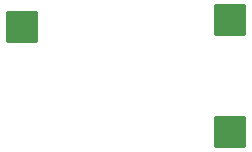
<source format=gbr>
%TF.GenerationSoftware,KiCad,Pcbnew,8.0.1*%
%TF.CreationDate,2024-04-26T21:59:39-07:00*%
%TF.ProjectId,boost-converter,626f6f73-742d-4636-9f6e-766572746572,rev?*%
%TF.SameCoordinates,Original*%
%TF.FileFunction,Copper,L2,Bot*%
%TF.FilePolarity,Positive*%
%FSLAX46Y46*%
G04 Gerber Fmt 4.6, Leading zero omitted, Abs format (unit mm)*
G04 Created by KiCad (PCBNEW 8.0.1) date 2024-04-26 21:59:39*
%MOMM*%
%LPD*%
G01*
G04 APERTURE LIST*
G04 Aperture macros list*
%AMRoundRect*
0 Rectangle with rounded corners*
0 $1 Rounding radius*
0 $2 $3 $4 $5 $6 $7 $8 $9 X,Y pos of 4 corners*
0 Add a 4 corners polygon primitive as box body*
4,1,4,$2,$3,$4,$5,$6,$7,$8,$9,$2,$3,0*
0 Add four circle primitives for the rounded corners*
1,1,$1+$1,$2,$3*
1,1,$1+$1,$4,$5*
1,1,$1+$1,$6,$7*
1,1,$1+$1,$8,$9*
0 Add four rect primitives between the rounded corners*
20,1,$1+$1,$2,$3,$4,$5,0*
20,1,$1+$1,$4,$5,$6,$7,0*
20,1,$1+$1,$6,$7,$8,$9,0*
20,1,$1+$1,$8,$9,$2,$3,0*%
G04 Aperture macros list end*
%TA.AperFunction,ComponentPad*%
%ADD10RoundRect,0.250000X-1.125000X-1.125000X1.125000X-1.125000X1.125000X1.125000X-1.125000X1.125000X0*%
%TD*%
G04 APERTURE END LIST*
D10*
%TO.P,GND,1*%
%TO.N,GND*%
X147375000Y-109550000D03*
%TD*%
%TO.P,3V,1*%
%TO.N,+3V*%
X129800000Y-100675000D03*
%TD*%
%TO.P,Vout,1*%
%TO.N,+5V*%
X147350000Y-100025000D03*
%TD*%
M02*

</source>
